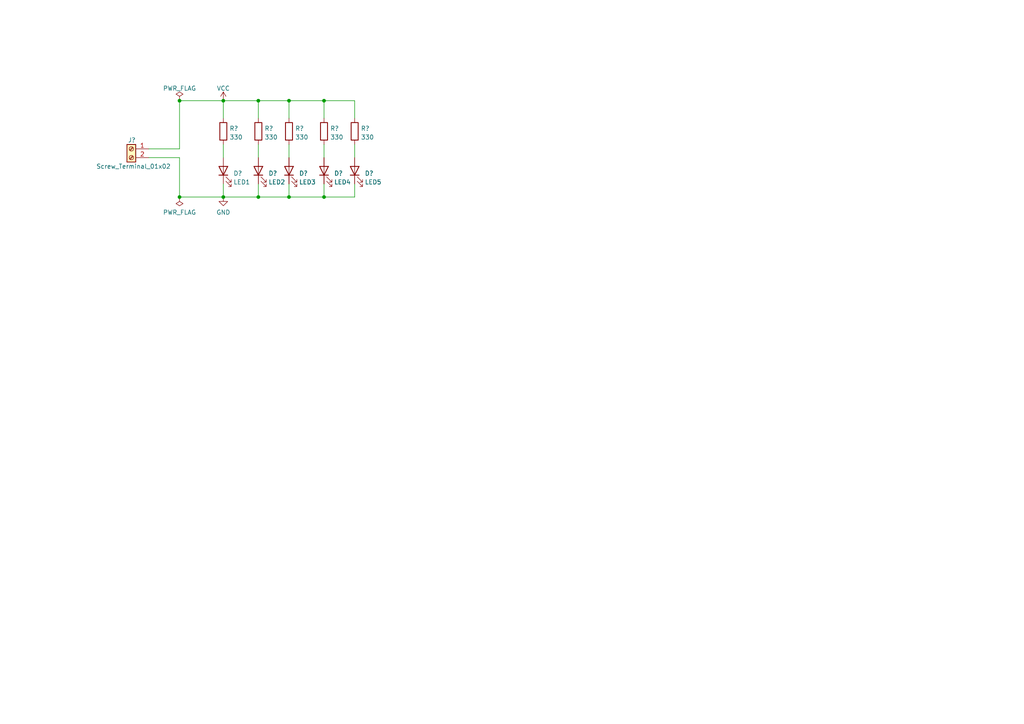
<source format=kicad_sch>
(kicad_sch (version 20211123) (generator eeschema)
  (paper "A4")
  (lib_symbols
    (symbol "Connector:Screw_Terminal_01x02" (pin_names (offset 1.016) hide)
      (property "Reference" "J" (at 0 2.54 0))
      (property "Value" "Screw_Terminal_01x02" (at 0 -5.08 0))
      (symbol "Screw_Terminal_01x02_1_1"
        (rectangle (start -1.27 1.27) (end 1.27 -3.81) (stroke (width 0.254)) (fill (type background)))
        (circle (center 0 -2.54) (radius 0.635) (stroke (width 0.1524)))
        (polyline (pts (xy -0.5334 -2.2098) (xy 0.3302 -3.048)) (stroke (width 0.1524)))
        (polyline (pts (xy -0.5334 0.3302) (xy 0.3302 -0.508)) (stroke (width 0.1524)))
        (polyline (pts (xy -0.3556 -2.032) (xy 0.508 -2.8702)) (stroke (width 0.1524)))
        (polyline (pts (xy -0.3556 0.508) (xy 0.508 -0.3302)) (stroke (width 0.1524)))
        (circle (center 0 0) (radius 0.635) (stroke (width 0.1524)))
        (pin passive line (at -5.08 0 0) (length 3.81) (name "Pin_1") (number "1"))
        (pin passive line (at -5.08 -2.54 0) (length 3.81) (name "Pin_2") (number "2"))
      )
    )
    (symbol "Device:LED" (pin_numbers hide) (pin_names (offset 1.016) hide)
      (property "Reference" "D" (at 0 2.54 0))
      (property "Value" "LED" (at 0 -2.54 0))
      (symbol "LED_0_1"
        (polyline (pts (xy -1.27 -1.27) (xy -1.27 1.27)) (stroke (width 0.254)))
        (polyline (pts (xy -1.27 0) (xy 1.27 0)))
        (polyline (pts (xy 1.27 -1.27) (xy 1.27 1.27) (xy -1.27 0) (xy 1.27 -1.27)) (stroke (width 0.254)))
        (polyline (pts (xy -3.048 -0.762) (xy -4.572 -2.286) (xy -3.81 -2.286) (xy -4.572 -2.286) (xy -4.572 -1.524)))
        (polyline (pts (xy -1.778 -0.762) (xy -3.302 -2.286) (xy -2.54 -2.286) (xy -3.302 -2.286) (xy -3.302 -1.524)))
      )
      (symbol "LED_1_1"
        (pin passive line (at -3.81 0 0) (length 2.54) (name "K") (number "1"))
        (pin passive line (at 3.81 0 180) (length 2.54) (name "A") (number "2"))
      )
    )
    (symbol "Device:R" (pin_numbers hide) (pin_names (offset 0))
      (property "Reference" "R" (at 2.032 0 90))
      (property "Value" "R" (at 0 0 90))
      (symbol "R_0_1"
        (rectangle (start -1.016 -2.54) (end 1.016 2.54) (stroke (width 0.254)))
      )
      (symbol "R_1_1"
        (pin passive line (at 0 3.81 270) (length 1.27) (name "~") (number "1"))
        (pin passive line (at 0 -3.81 90) (length 1.27) (name "~") (number "2"))
      )
    )
    (symbol "power:GND" (power) (pin_names (offset 0))
      (property "Value" "GND" (at 0 -3.81 0))
      (symbol "GND_0_1"
        (polyline (pts (xy 0 0) (xy 0 -1.27) (xy 1.27 -1.27) (xy 0 -2.54) (xy -1.27 -1.27) (xy 0 -1.27)))
      )
      (symbol "GND_1_1"
        (pin power_in line (at 0 0 270) (length 0) hide (name "GND") (number "1"))
      )
    )
    (symbol "power:PWR_FLAG" (power) (pin_numbers hide) (pin_names (offset 0) hide)
      (property "Value" "PWR_FLAG" (at 0 3.81 0))
      (symbol "PWR_FLAG_0_0"
        (pin power_out line (at 0 0 90) (length 0) (name "pwr") (number "1"))
      )
      (symbol "PWR_FLAG_0_1"
        (polyline (pts (xy 0 0) (xy 0 1.27) (xy -1.016 1.905) (xy 0 2.54) (xy 1.016 1.905) (xy 0 1.27)))
      )
    )
    (symbol "power:VCC" (power) (pin_names (offset 0))
      (property "Value" "VCC" (at 0 3.81 0))
      (symbol "VCC_0_1"
        (polyline (pts (xy -0.762 1.27) (xy 0 2.54)))
        (polyline (pts (xy 0 0) (xy 0 2.54)))
        (polyline (pts (xy 0 2.54) (xy 0.762 1.27)))
      )
      (symbol "VCC_1_1"
        (pin power_in line (at 0 0 90) (length 0) hide (name "VCC") (number "1"))
      )
    )
  )
  (junction (at 64.77 29.21))
  (junction (at 93.98 57.15))
  (junction (at 93.98 29.21))
  (junction (at 52.07 29.21))
  (junction (at 83.82 57.15))
  (junction (at 64.77 57.15))
  (junction (at 74.93 29.21))
  (junction (at 74.93 57.15))
  (junction (at 52.07 57.15))
  (junction (at 83.82 29.21))
  (wire (pts (xy 74.93 29.21) (xy 74.93 34.29)))
  (wire (pts (xy 102.87 53.34) (xy 102.87 57.15)))
  (wire (pts (xy 83.82 53.34) (xy 83.82 57.15)))
  (wire (pts (xy 64.77 53.34) (xy 64.77 57.15)))
  (wire (pts (xy 93.98 57.15) (xy 102.87 57.15)))
  (wire (pts (xy 83.82 29.21) (xy 93.98 29.21)))
  (wire (pts (xy 93.98 29.21) (xy 93.98 34.29)))
  (wire (pts (xy 52.07 57.15) (xy 64.77 57.15)))
  (wire (pts (xy 83.82 57.15) (xy 93.98 57.15)))
  (wire (pts (xy 74.93 53.34) (xy 74.93 57.15)))
  (wire (pts (xy 64.77 41.91) (xy 64.77 45.72)))
  (wire (pts (xy 102.87 41.91) (xy 102.87 45.72)))
  (wire (pts (xy 83.82 41.91) (xy 83.82 45.72)))
  (wire (pts (xy 64.77 57.15) (xy 74.93 57.15)))
  (wire (pts (xy 74.93 41.91) (xy 74.93 45.72)))
  (wire (pts (xy 83.82 29.21) (xy 83.82 34.29)))
  (wire (pts (xy 102.87 29.21) (xy 102.87 34.29)))
  (wire (pts (xy 64.77 29.21) (xy 74.93 29.21)))
  (wire (pts (xy 43.18 45.72) (xy 52.07 45.72)))
  (wire (pts (xy 93.98 41.91) (xy 93.98 45.72)))
  (wire (pts (xy 43.18 43.18) (xy 52.07 43.18)))
  (wire (pts (xy 74.93 57.15) (xy 83.82 57.15)))
  (wire (pts (xy 74.93 29.21) (xy 83.82 29.21)))
  (wire (pts (xy 52.07 29.21) (xy 64.77 29.21)))
  (wire (pts (xy 52.07 45.72) (xy 52.07 57.15)))
  (wire (pts (xy 52.07 43.18) (xy 52.07 29.21)))
  (wire (pts (xy 93.98 53.34) (xy 93.98 57.15)))
  (wire (pts (xy 93.98 29.21) (xy 102.87 29.21)))
  (wire (pts (xy 64.77 29.21) (xy 64.77 34.29)))
  (symbol (lib_id "power:GND") (at 64.77 57.15 0) (unit 1)
    (property "Reference" "#PWR?" (effects hide))
    (property "Value" "GND" (at 64.77 61.5934 0))
  )
  (symbol (lib_id "Device:LED") (at 83.82 49.53 90) (unit 1)
    (property "Reference" "D?" (at 86.741 50.2828 90) (effects (justify right)))
    (property "Value" "LED3" (at 86.741 52.8197 90) (effects (justify right)))
  )
  (symbol (lib_id "Device:LED") (at 64.77 49.53 90) (unit 1)
    (property "Reference" "D?" (at 67.691 50.2828 90) (effects (justify right)))
    (property "Value" "LED1" (at 67.691 52.8197 90) (effects (justify right)))
  )
  (symbol (lib_id "Device:R") (at 64.77 38.1 0) (unit 1)
    (property "Reference" "R?" (at 66.548 37.2653 0) (effects (justify left)))
    (property "Value" "330" (at 66.548 39.8022 0) (effects (justify left)))
  )
  (symbol (lib_id "power:PWR_FLAG") (at 52.07 57.15 180) (unit 1)
    (property "Reference" "#FLG?" (effects hide))
    (property "Value" "PWR_FLAG" (at 52.07 61.5934 0))
  )
  (symbol (lib_id "power:PWR_FLAG") (at 52.07 29.21 0) (unit 1)
    (property "Reference" "#FLG?" (effects hide))
    (property "Value" "PWR_FLAG" (at 52.07 25.6342 0))
  )
  (symbol (lib_id "Device:R") (at 83.82 38.1 0) (unit 1)
    (property "Reference" "R?" (at 85.598 37.2653 0) (effects (justify left)))
    (property "Value" "330" (at 85.598 39.8022 0) (effects (justify left)))
  )
  (symbol (lib_id "Connector:Screw_Terminal_01x02") (at 38.1 43.18 0) (mirror y) (unit 1)
    (property "Reference" "J?" (at 39.37 40.64 0) (effects (justify left)))
    (property "Value" "Screw_Terminal_01x02" (at 49.53 48.26 0) (effects (justify left)))
  )
  (symbol (lib_id "Device:R") (at 102.87 38.1 0) (unit 1)
    (property "Reference" "R?" (at 104.648 37.2653 0) (effects (justify left)))
    (property "Value" "330" (at 104.648 39.8022 0) (effects (justify left)))
  )
  (symbol (lib_id "power:VCC") (at 64.77 29.21 0) (unit 1)
    (property "Reference" "#PWR?" (effects hide))
    (property "Value" "VCC" (at 64.77 25.6342 0))
  )
  (symbol (lib_id "Device:LED") (at 102.87 49.53 90) (unit 1)
    (property "Reference" "D?" (at 105.791 50.2828 90) (effects (justify right)))
    (property "Value" "LED5" (at 105.791 52.8197 90) (effects (justify right)))
  )
  (symbol (lib_id "Device:R") (at 93.98 38.1 0) (unit 1)
    (property "Reference" "R?" (at 95.758 37.2653 0) (effects (justify left)))
    (property "Value" "330" (at 95.758 39.8022 0) (effects (justify left)))
  )
  (symbol (lib_id "Device:LED") (at 74.93 49.53 90) (unit 1)
    (property "Reference" "D?" (at 77.851 50.2828 90) (effects (justify right)))
    (property "Value" "LED2" (at 77.851 52.8197 90) (effects (justify right)))
  )
  (symbol (lib_id "Device:R") (at 74.93 38.1 0) (unit 1)
    (property "Reference" "R?" (at 76.708 37.2653 0) (effects (justify left)))
    (property "Value" "330" (at 76.708 39.8022 0) (effects (justify left)))
  )
  (symbol (lib_id "Device:LED") (at 93.98 49.53 90) (unit 1)
    (property "Reference" "D?" (at 96.901 50.2828 90) (effects (justify right)))
    (property "Value" "LED4" (at 96.901 52.8197 90) (effects (justify right)))
  )
)
</source>
